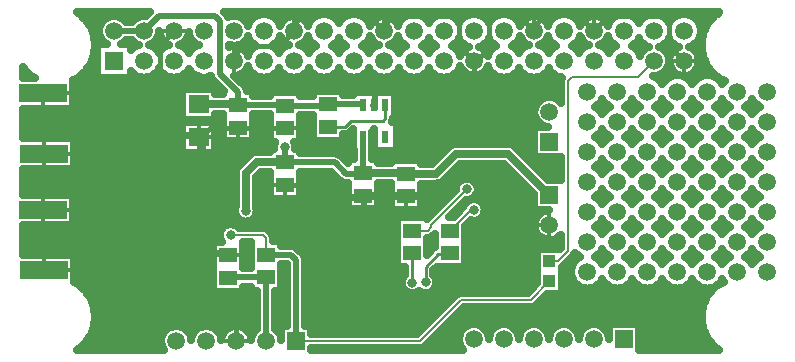
<source format=gbr>
G04 DipTrace 3.1.0.0*
G04 Bottom.gbr*
%MOMM*%
G04 #@! TF.FileFunction,Copper,L2,Bot*
G04 #@! TF.Part,Single*
G04 #@! TA.AperFunction,Conductor*
%ADD10C,0.254*%
%ADD15C,0.508*%
G04 #@! TA.AperFunction,CopperBalancing*
%ADD16C,0.635*%
G04 #@! TA.AperFunction,Conductor*
%ADD17C,0.381*%
%ADD18C,0.1778*%
G04 #@! TA.AperFunction,ViaPad*
%ADD21C,0.8*%
G04 #@! TA.AperFunction,CopperBalancing*
%ADD22C,0.33*%
%ADD23R,1.5X1.3*%
%ADD24R,1.8X1.6*%
G04 #@! TA.AperFunction,ComponentPad*
%ADD25R,1.5X1.5*%
%ADD26C,1.5*%
%ADD27C,1.5*%
%ADD28R,1.0X1.1*%
%ADD29R,4.06X1.52*%
%ADD36R,0.6X1.1*%
%FSLAX35Y35*%
G04*
G71*
G90*
G75*
G01*
G04 Bottom*
%LPD*%
X3287333Y2657333D2*
D15*
Y2786667D1*
X3132333Y1147000D2*
Y1680667D1*
X3129333Y1683667D1*
X2816000D1*
X2811667Y1679333D1*
X3949000Y2873000D2*
Y2569667D1*
X3952333Y2566333D1*
X3287333Y2657333D2*
X3711000D1*
X3807000Y2561333D1*
X3947333D1*
X3952333Y2566333D1*
D16*
X4306000D1*
X4312000Y2560333D1*
X4570333D1*
X4740000Y2730000D1*
X5180000D1*
X5530000Y2380000D1*
X2960000Y2247333D2*
Y2570000D1*
X3050000Y2660000D1*
X3284667D1*
X3287333Y2657333D1*
X2878333Y1147000D2*
D17*
Y1301667D1*
X2600000Y1580000D1*
Y1700000D1*
Y1900000D1*
X2781000D1*
X2811667Y1869333D1*
X1600000Y1700000D2*
X1800000D1*
X2200000D1*
X2400000D1*
Y1900000D1*
X1600000D2*
X2200000D1*
Y2100000D2*
X2400000D1*
X2600000D1*
X1600000Y2300000D2*
X2200000D1*
X2400000D1*
X2600000D1*
Y2100000D1*
Y1900000D1*
X2400000D2*
Y2100000D1*
X2600000Y2700000D2*
Y2900000D1*
X2400000D1*
X2600000Y2700000D2*
Y2500000D1*
X1600000Y3300000D2*
X1800000D1*
Y3100000D1*
X2200000D1*
X2000000Y2900000D2*
X2200000D1*
X2400000D1*
X2200000Y3100000D2*
Y2900000D1*
X1600000Y2700000D2*
X2200000D1*
X2400000D1*
X2600000D1*
X2200000Y2500000D2*
X2400000D1*
X2600000D1*
Y2300000D1*
X2200000Y1900000D2*
X2400000D1*
X2600000D1*
X2400000Y1700000D2*
X2600000D1*
X2891000Y2952667D2*
X2652667D1*
X2600000Y2900000D1*
X2891000Y2952667D2*
X3285000D1*
X3288667Y2949000D1*
X3287333Y2467333D2*
X3572667D1*
X3680000Y2360000D1*
X3936000D1*
X3952333Y2376333D1*
X3840000Y1670000D2*
Y2100000D1*
X3960000Y2220000D1*
Y2368667D1*
X3952333Y2376333D1*
X2351667Y3771000D2*
X2351000D1*
X2230000Y3650000D1*
Y3070000D1*
X2400000Y2900000D1*
X2859667Y3517000D2*
Y3569667D1*
X2930000Y3640000D1*
X3236667D1*
X3367667Y3771000D1*
Y3827667D1*
X3450000Y3910000D1*
X3990667D1*
X4129667Y3771000D1*
Y3819667D1*
X4210000Y3900000D1*
X4730000D1*
X4760000Y3870000D1*
Y3648667D1*
X4891667Y3517000D1*
X4907000D1*
X5020000Y3630000D1*
Y3870000D1*
X5060000Y3910000D1*
X5260667D1*
X5399667Y3771000D1*
Y3809667D1*
X5500000Y3910000D1*
X5768667D1*
X5907667Y3771000D1*
Y3777667D1*
X6030000Y3900000D1*
X6520000D1*
X6540000Y3880000D1*
Y3646667D1*
X6669667Y3517000D1*
X4044000Y3143000D2*
X4027000D1*
X4050000Y3120000D1*
Y3300000D1*
X4320000D1*
X4610000Y3010000D1*
X4891667Y3517000D2*
Y3291667D1*
X4610000Y3010000D1*
X3952333Y2376333D2*
D16*
X4306000D1*
X4312000Y2370333D1*
X4480000D1*
X2000000Y3300000D2*
Y3100000D1*
X5530000Y2126000D2*
D18*
X5271360D1*
X4900690Y2496670D1*
X4606337D1*
X4480000Y2370333D1*
X3270000Y2450000D2*
D17*
X3287333Y2467333D1*
X4364000Y1890000D2*
D10*
X4370000D1*
Y1640000D1*
X4481333Y1641333D2*
Y1771333D1*
X4590000Y1880000D1*
X4698667D1*
X4688667Y1890000D1*
X3659000Y2958667D2*
X3797667D1*
X3847000Y3008000D1*
X4117000D1*
X4138667Y3029667D1*
Y3142667D1*
X4139000Y3143000D1*
X3129333Y1873667D2*
D15*
X3338667D1*
X3382333Y1830000D1*
Y1151000D1*
X3386333Y1147000D1*
X2831000Y2042333D2*
D18*
X3107000D1*
X3128000Y2021333D1*
Y1875000D1*
X3129333Y1873667D1*
X3386333Y1147000D2*
X4437000D1*
X4780000Y1490000D1*
X5370000D1*
X5530000Y1650000D1*
Y1820000D2*
X5600000D1*
X5690000Y1910000D1*
Y3350000D1*
X5720000Y3380000D1*
X6278667D1*
X6415667Y3517000D1*
X4890000Y2255000D2*
Y2281333D1*
X4688667Y2080000D1*
X4364000D2*
X4500000D1*
X4530000Y2110000D1*
Y2130000D1*
X4830000Y2430000D1*
X1843667Y3771000D2*
D15*
X2097667D1*
X2891000Y3142667D2*
X3285000D1*
X3288667Y3139000D1*
X3649333D1*
X3659000Y3148667D1*
X3943333D1*
X3949000Y3143000D1*
X2891000Y3142667D2*
Y3251000D1*
X2740000Y3402000D1*
Y3855667D1*
X2702000Y3893667D1*
X2220333D1*
X2097667Y3771000D1*
X2891000Y3142667D2*
D18*
Y3150000D1*
D16*
X2560000D1*
D21*
X3287333Y2786667D3*
X2960000Y2247333D3*
X3840000Y1670000D3*
X4610000Y3010000D3*
X4370000Y1640000D3*
X4481333Y1641333D3*
X2831000Y2042333D3*
X4890000Y2255000D3*
X4830000Y2430000D3*
X1600000Y2700000D3*
X2400000Y2500000D3*
X1830000Y2900000D3*
X1600000Y3100000D3*
X2000000Y2900000D3*
X2200000D3*
X2400000D3*
X2200000Y2700000D3*
Y2500000D3*
Y2300000D3*
Y2100000D3*
X2400000Y2700000D3*
X2200000Y1900000D3*
X1600000Y2300000D3*
X2200000Y1700000D3*
X1800000D3*
X1600000D3*
X1800000Y3100000D3*
X1600000Y2500000D3*
X2000000Y1500000D3*
X1800000D3*
X1400000Y2500000D3*
X1200000D3*
X2400000Y2300000D3*
Y2100000D3*
Y1900000D3*
Y1700000D3*
X1600000Y1900000D3*
Y3300000D3*
X1800000D3*
X2200000Y3100000D3*
X2600000Y2700000D3*
Y2500000D3*
Y2300000D3*
Y2100000D3*
Y1900000D3*
Y1700000D3*
X2000000Y3100000D3*
Y3300000D3*
X1800000Y2310000D3*
X1810000Y2090000D3*
X1800000Y1900000D3*
X2000000Y1700000D3*
X4480000Y2370333D3*
X1608963Y3864483D2*
D16*
X1751290D1*
X1936137D2*
X2005290D1*
X2952137D2*
X3000153D1*
X3227343D2*
X3275290D1*
X3460137D2*
X3508153D1*
X3735343D2*
X3762037D1*
X3989343D2*
X4037290D1*
X4222137D2*
X4270153D1*
X4497343D2*
X4524037D1*
X4751343D2*
X4778037D1*
X5005343D2*
X5032037D1*
X5259343D2*
X5307290D1*
X5492137D2*
X5540153D1*
X5767343D2*
X5815290D1*
X6000137D2*
X6048153D1*
X6275343D2*
X6302037D1*
X6529343D2*
X6556037D1*
X6783343D2*
X6890700D1*
X1651253Y3801317D2*
X1713960D1*
X6815093D2*
X6848407D1*
X1676060Y3738150D2*
X1714580D1*
X1687097Y3674983D2*
X1754143D1*
X1933283D2*
X2008143D1*
X2187283D2*
X2262143D1*
X2441283D2*
X2516143D1*
X2949283D2*
X3002317D1*
X3224987D2*
X3278143D1*
X3457283D2*
X3510317D1*
X3732987D2*
X3764317D1*
X3986987D2*
X4040143D1*
X4219283D2*
X4272317D1*
X4494987D2*
X4526317D1*
X4748987D2*
X4780317D1*
X5002987D2*
X5034317D1*
X5256987D2*
X5310143D1*
X5489283D2*
X5542317D1*
X5764987D2*
X5818143D1*
X5997283D2*
X6050317D1*
X6272987D2*
X6304317D1*
X6526987D2*
X6558317D1*
X6780987D2*
X6812490D1*
X2210103Y3611817D2*
X2239140D1*
X2464103D2*
X2493140D1*
X2950647D2*
X3001200D1*
X3226103D2*
X3255140D1*
X3480103D2*
X3509140D1*
X3734103D2*
X3763140D1*
X3988103D2*
X4017140D1*
X4242103D2*
X4271140D1*
X4496103D2*
X4525140D1*
X4750103D2*
X4800780D1*
X4982647D2*
X5033200D1*
X5258103D2*
X5287140D1*
X5512103D2*
X5541140D1*
X5766103D2*
X5795140D1*
X6020103D2*
X6049140D1*
X6274103D2*
X6324780D1*
X6506647D2*
X6578780D1*
X6760647D2*
X6813680D1*
X1672463Y3548650D2*
X1694960D1*
X6799097D2*
X6827137D1*
X1644803Y3485483D2*
X1694983D1*
X6799097D2*
X6854857D1*
X1078763Y3422317D2*
X1100880D1*
X1598420D2*
X1694983D1*
X2210227D2*
X2239147D1*
X2464227D2*
X2493147D1*
X2950773D2*
X3001077D1*
X3226227D2*
X3255147D1*
X3480227D2*
X3509147D1*
X3734227D2*
X3763147D1*
X3988227D2*
X4017147D1*
X4242227D2*
X4271147D1*
X4496227D2*
X4525147D1*
X4750227D2*
X4800533D1*
X4982773D2*
X5033077D1*
X5258227D2*
X5287147D1*
X5512227D2*
X5541147D1*
X6506773D2*
X6578533D1*
X6760773D2*
X6901240D1*
X1517433Y3359150D2*
X2669190D1*
X2898683D2*
X5623427D1*
X6464357D2*
X6509700D1*
X6718357D2*
X6763700D1*
X1502797Y3295983D2*
X2730210D1*
X2960320D2*
X5622683D1*
X1502797Y3232817D2*
X2411593D1*
X3024443D2*
X3155237D1*
X3422060D2*
X3525570D1*
X3792393D2*
X3860557D1*
X4227470D2*
X5622683D1*
X1502797Y3169650D2*
X2411593D1*
X4227470D2*
X5429827D1*
X1078763Y3106483D2*
X2411593D1*
X4227470D2*
X5398573D1*
X5954990D2*
X6003063D1*
X6208990D2*
X6257063D1*
X6462990D2*
X6511063D1*
X6716990D2*
X6765063D1*
X6970990D2*
X7019063D1*
X7224990D2*
X7273063D1*
X1078763Y3043317D2*
X2411593D1*
X2708430D2*
X2757617D1*
X3024443D2*
X3155237D1*
X3422060D2*
X3525570D1*
X4227470D2*
X5403287D1*
X1078763Y2980150D2*
X2411593D1*
X2708430D2*
X2757617D1*
X3024443D2*
X3155237D1*
X3422060D2*
X3525570D1*
X4242600D2*
X5450413D1*
X1078763Y2916983D2*
X2411593D1*
X2708430D2*
X2757617D1*
X3024443D2*
X3155237D1*
X3422060D2*
X3525570D1*
X4242600D2*
X5396590D1*
X1507760Y2853817D2*
X2411593D1*
X2708430D2*
X2757617D1*
X3024443D2*
X3155237D1*
X3422060D2*
X3525570D1*
X3792393D2*
X3860557D1*
X4242600D2*
X5396590D1*
X5953503D2*
X6004550D1*
X6207503D2*
X6258550D1*
X6461503D2*
X6512550D1*
X6715503D2*
X6766550D1*
X6969503D2*
X7020550D1*
X7223503D2*
X7274550D1*
X1507760Y2790650D2*
X2411593D1*
X2708430D2*
X3188970D1*
X3385723D2*
X3860557D1*
X4242600D2*
X4675887D1*
X5244213D2*
X5396590D1*
X1507760Y2727483D2*
X2994007D1*
X3750103D2*
X3865270D1*
X4032753D2*
X4612637D1*
X5307340D2*
X5396590D1*
X1507760Y2664317D2*
X2929513D1*
X4085710D2*
X4178553D1*
X4445377D2*
X4549507D1*
X5370470D2*
X5622683D1*
X1078763Y2601150D2*
X2875813D1*
X4735967D2*
X5184013D1*
X5433720D2*
X5622683D1*
X5952013D2*
X6006040D1*
X6206013D2*
X6260040D1*
X6460013D2*
X6514040D1*
X6714013D2*
X6768040D1*
X6968013D2*
X7022040D1*
X7222013D2*
X7276040D1*
X1078763Y2537983D2*
X2869860D1*
X3052843D2*
X3153873D1*
X3420697D2*
X3714460D1*
X4672837D2*
X5247140D1*
X5496850D2*
X5622683D1*
X1078763Y2474817D2*
X2869860D1*
X3050113D2*
X3153873D1*
X3420697D2*
X3818887D1*
X4085710D2*
X4178553D1*
X4445377D2*
X4743233D1*
X4916790D2*
X5310393D1*
X1078763Y2411650D2*
X2869860D1*
X3050113D2*
X3153873D1*
X3420697D2*
X3818887D1*
X4085710D2*
X4178553D1*
X4445377D2*
X4719173D1*
X4926590D2*
X5373520D1*
X1503417Y2348483D2*
X2869860D1*
X3050113D2*
X3818887D1*
X4085710D2*
X4178553D1*
X4445377D2*
X4655920D1*
X4879087D2*
X5396590D1*
X5950403D2*
X6007527D1*
X6204403D2*
X6261527D1*
X6458403D2*
X6515527D1*
X6712403D2*
X6769527D1*
X6966403D2*
X7023527D1*
X7220403D2*
X7277527D1*
X1503417Y2285317D2*
X2869733D1*
X3050240D2*
X3818887D1*
X4085710D2*
X4178553D1*
X4445377D2*
X4592793D1*
X4983267D2*
X5396590D1*
X1503417Y2222150D2*
X2865147D1*
X3054950D2*
X4529663D1*
X4714633D2*
X4738243D1*
X4982400D2*
X5440617D1*
X1503417Y2158983D2*
X2927777D1*
X2992197D2*
X4230520D1*
X4860113D2*
X5400930D1*
X1078763Y2095817D2*
X2749680D1*
X3142513D2*
X4230520D1*
X4822037D2*
X5400187D1*
X5948790D2*
X6009140D1*
X6202790D2*
X6263140D1*
X6456790D2*
X6517140D1*
X6710790D2*
X6771140D1*
X6964790D2*
X7025140D1*
X7218790D2*
X7279140D1*
X1078763Y2032650D2*
X2733060D1*
X3194230D2*
X4230520D1*
X4822037D2*
X5437393D1*
X1078763Y1969483D2*
X2678243D1*
X2945067D2*
X2995867D1*
X3262813D2*
X4230520D1*
X4497467D2*
X4555213D1*
X4822037D2*
X5622683D1*
X1078763Y1906317D2*
X2678243D1*
X2945067D2*
X2995867D1*
X3421937D2*
X4230520D1*
X4497467D2*
X4518470D1*
X4822037D2*
X5421640D1*
X1508380Y1843150D2*
X2678243D1*
X2945067D2*
X2995867D1*
X3464973D2*
X4230520D1*
X4822037D2*
X5421640D1*
X5715627D2*
X5756877D1*
X5947177D2*
X6010753D1*
X6201177D2*
X6264753D1*
X6455177D2*
X6518753D1*
X6709177D2*
X6772753D1*
X6963177D2*
X7026753D1*
X7217177D2*
X7280753D1*
X1508380Y1779983D2*
X2678243D1*
X2945067D2*
X2995867D1*
X3262813D2*
X3298607D1*
X3466090D2*
X4230520D1*
X4822037D2*
X5421640D1*
X5652500D2*
X5711733D1*
X1508380Y1716817D2*
X2678243D1*
X3262813D2*
X3298607D1*
X3466090D2*
X4298857D1*
X4552410D2*
X5421640D1*
X5638360D2*
X5704167D1*
X1508380Y1653650D2*
X2678243D1*
X3262813D2*
X3298607D1*
X3466090D2*
X4272563D1*
X4578950D2*
X5421640D1*
X5638360D2*
X5726863D1*
X1584033Y1590483D2*
X2678243D1*
X2945067D2*
X2995867D1*
X3262813D2*
X3298607D1*
X3466090D2*
X4286083D1*
X4564440D2*
X5377983D1*
X5638360D2*
X5830793D1*
X5873260D2*
X6084793D1*
X6127260D2*
X6338793D1*
X6381260D2*
X6592793D1*
X6635260D2*
X6846793D1*
X6889260D2*
X6915683D1*
X1636123Y1527317D2*
X3048577D1*
X3216183D2*
X3298607D1*
X3466090D2*
X4724753D1*
X5499827D2*
X6863413D1*
X1667500Y1464150D2*
X3048577D1*
X3216183D2*
X3298607D1*
X3466090D2*
X4661627D1*
X5436697D2*
X6831910D1*
X1683997Y1400983D2*
X3048577D1*
X3216183D2*
X3298607D1*
X3466090D2*
X4598497D1*
X4783467D2*
X6815417D1*
X1687967Y1337817D2*
X3048577D1*
X3216183D2*
X3298607D1*
X3466090D2*
X4535247D1*
X4720337D2*
X6811447D1*
X1679657Y1274650D2*
X3048577D1*
X3216183D2*
X3298607D1*
X3466090D2*
X4472117D1*
X4657210D2*
X4828810D1*
X4951147D2*
X5082810D1*
X5205147D2*
X5336810D1*
X5459147D2*
X5590810D1*
X5713147D2*
X5844810D1*
X5967147D2*
X6026627D1*
X6293450D2*
X6819633D1*
X1658323Y1211483D2*
X2254453D1*
X2486180D2*
X2508587D1*
X2740180D2*
X2762587D1*
X2994180D2*
X3016587D1*
X3519790D2*
X4408990D1*
X4593957D2*
X4767417D1*
X6293450D2*
X6840840D1*
X1620620Y1148317D2*
X2236967D1*
X4530830D2*
X4757123D1*
X6293450D2*
X6878420D1*
X1557617Y1085150D2*
X2252967D1*
X3519790D2*
X4780937D1*
X6293450D2*
X6941177D1*
X2967950Y3259737D2*
X3018070D1*
Y3220173D1*
X3161497Y3220137D1*
X3161597Y3256070D1*
X3415737D1*
Y3216507D1*
X3531877Y3216470D1*
X3531930Y3265737D1*
X3786070D1*
Y3226173D1*
X3866930Y3226430D1*
Y3250070D1*
X4221070D1*
Y3035930D1*
X4203337D1*
X4202640Y3019533D1*
X4198507Y3004880D1*
X4193527Y2995280D1*
X4236290Y2995290D1*
Y2750710D1*
X4041710D1*
Y2943317D1*
X4031070Y2916570D1*
Y2765930D1*
X4026483D1*
X4026470Y2683367D1*
X4079403Y2683403D1*
Y2650040D1*
X4184877Y2650153D1*
X4184930Y2677403D1*
X4439070D1*
Y2644040D1*
X4535613Y2644153D1*
X4685563Y2793737D1*
X4701947Y2804683D1*
X4720433Y2811503D1*
X4740000Y2813820D1*
X4740847Y2813787D1*
X5186577Y2813563D1*
X5205903Y2809717D1*
X5223797Y2801470D1*
X5239270Y2789270D1*
X5239847Y2788647D1*
X5521393Y2507147D1*
X5629027Y2507070D1*
X5629040Y2702883D1*
X5402930Y2702930D1*
Y2957070D1*
X5520030Y2957323D1*
X5500337Y2960440D1*
X5481373Y2966603D1*
X5463607Y2975657D1*
X5447473Y2987377D1*
X5433377Y3001473D1*
X5421657Y3017607D1*
X5412603Y3035373D1*
X5406440Y3054337D1*
X5403323Y3074030D1*
Y3093970D1*
X5406440Y3113663D1*
X5412603Y3132627D1*
X5421657Y3150393D1*
X5433377Y3166527D1*
X5447473Y3180623D1*
X5463607Y3192343D1*
X5481373Y3201397D1*
X5500337Y3207560D1*
X5520030Y3210677D1*
X5539970D1*
X5559663Y3207560D1*
X5578627Y3201397D1*
X5596393Y3192343D1*
X5612527Y3180623D1*
X5629063Y3163433D1*
X5629790Y3359537D1*
X5634143Y3374330D1*
X5633680Y3373330D1*
X5634143Y3374330D1*
X5631407Y3376463D1*
X5609697Y3381673D1*
X5589070Y3390220D1*
X5570030Y3401883D1*
X5553053Y3416387D1*
X5538550Y3433363D1*
X5526683Y3452837D1*
X5514783Y3433363D1*
X5500280Y3416387D1*
X5483303Y3401883D1*
X5464263Y3390220D1*
X5443637Y3381673D1*
X5421927Y3376463D1*
X5399667Y3374710D1*
X5377407Y3376463D1*
X5355697Y3381673D1*
X5335070Y3390220D1*
X5316030Y3401883D1*
X5299053Y3416387D1*
X5284550Y3433363D1*
X5272683Y3452837D1*
X5260783Y3433363D1*
X5246280Y3416387D1*
X5229303Y3401883D1*
X5210263Y3390220D1*
X5189637Y3381673D1*
X5167927Y3376463D1*
X5145667Y3374710D1*
X5123407Y3376463D1*
X5101697Y3381673D1*
X5081070Y3390220D1*
X5062030Y3401883D1*
X5045053Y3416387D1*
X5030550Y3433363D1*
X5018887Y3452403D1*
X5010597Y3472333D1*
X5003197Y3456110D1*
X4992853Y3440137D1*
X4980237Y3425883D1*
X4965637Y3413677D1*
X4949373Y3403790D1*
X4931817Y3396440D1*
X4913360Y3391797D1*
X4894417Y3389960D1*
X4875413Y3390973D1*
X4856773Y3394817D1*
X4838913Y3401397D1*
X4822240Y3410573D1*
X4807123Y3422137D1*
X4793903Y3435827D1*
X4782877Y3451340D1*
X4774290Y3468323D1*
X4772763Y3472280D1*
X4764447Y3452403D1*
X4752783Y3433363D1*
X4738280Y3416387D1*
X4721303Y3401883D1*
X4702263Y3390220D1*
X4681637Y3381673D1*
X4659927Y3376463D1*
X4637667Y3374710D1*
X4615407Y3376463D1*
X4593697Y3381673D1*
X4573070Y3390220D1*
X4554030Y3401883D1*
X4537053Y3416387D1*
X4522550Y3433363D1*
X4510683Y3452837D1*
X4498783Y3433363D1*
X4484280Y3416387D1*
X4467303Y3401883D1*
X4448263Y3390220D1*
X4427637Y3381673D1*
X4405927Y3376463D1*
X4383667Y3374710D1*
X4361407Y3376463D1*
X4339697Y3381673D1*
X4319070Y3390220D1*
X4300030Y3401883D1*
X4283053Y3416387D1*
X4268550Y3433363D1*
X4256683Y3452837D1*
X4244783Y3433363D1*
X4230280Y3416387D1*
X4213303Y3401883D1*
X4194263Y3390220D1*
X4173637Y3381673D1*
X4151927Y3376463D1*
X4129667Y3374710D1*
X4107407Y3376463D1*
X4085697Y3381673D1*
X4065070Y3390220D1*
X4046030Y3401883D1*
X4029053Y3416387D1*
X4014550Y3433363D1*
X4002683Y3452837D1*
X3990783Y3433363D1*
X3976280Y3416387D1*
X3959303Y3401883D1*
X3940263Y3390220D1*
X3919637Y3381673D1*
X3897927Y3376463D1*
X3875667Y3374710D1*
X3853407Y3376463D1*
X3831697Y3381673D1*
X3811070Y3390220D1*
X3792030Y3401883D1*
X3775053Y3416387D1*
X3760550Y3433363D1*
X3748683Y3452837D1*
X3736783Y3433363D1*
X3722280Y3416387D1*
X3705303Y3401883D1*
X3686263Y3390220D1*
X3665637Y3381673D1*
X3643927Y3376463D1*
X3621667Y3374710D1*
X3599407Y3376463D1*
X3577697Y3381673D1*
X3557070Y3390220D1*
X3538030Y3401883D1*
X3521053Y3416387D1*
X3506550Y3433363D1*
X3494683Y3452837D1*
X3482783Y3433363D1*
X3468280Y3416387D1*
X3451303Y3401883D1*
X3432263Y3390220D1*
X3411637Y3381673D1*
X3389927Y3376463D1*
X3367667Y3374710D1*
X3345407Y3376463D1*
X3323697Y3381673D1*
X3303070Y3390220D1*
X3284030Y3401883D1*
X3267053Y3416387D1*
X3252550Y3433363D1*
X3240683Y3452837D1*
X3228783Y3433363D1*
X3214280Y3416387D1*
X3197303Y3401883D1*
X3178263Y3390220D1*
X3157637Y3381673D1*
X3135927Y3376463D1*
X3113667Y3374710D1*
X3091407Y3376463D1*
X3069697Y3381673D1*
X3049070Y3390220D1*
X3030030Y3401883D1*
X3013053Y3416387D1*
X2998550Y3433363D1*
X2986887Y3452403D1*
X2978597Y3472333D1*
X2971197Y3456110D1*
X2960853Y3440137D1*
X2948237Y3425883D1*
X2933637Y3413677D1*
X2917373Y3403790D1*
X2899817Y3396440D1*
X2881360Y3391797D1*
X2861550Y3389963D1*
X2949910Y3301313D1*
X2960027Y3286170D1*
X2966330Y3269087D1*
X2967637Y3262103D1*
X3018070Y3065143D2*
Y2835597D1*
X2763930D1*
Y3066153D1*
X2702113Y3066180D1*
X2702070Y3017930D1*
X2417930D1*
Y3282070D1*
X2702070D1*
Y3233823D1*
X2764020Y3233820D1*
X2763930Y3259737D1*
X2772737D1*
X2681090Y3351687D1*
X2670973Y3366830D1*
X2664670Y3383913D1*
X2664470Y3384917D1*
X2664670Y3383913D1*
X2664470Y3384917D1*
X2660120Y3385540D1*
X2638883Y3378640D1*
X2616830Y3375150D1*
X2594503D1*
X2572450Y3378640D1*
X2551213Y3385540D1*
X2531320Y3395677D1*
X2513257Y3408803D1*
X2497470Y3424590D1*
X2484343Y3442653D1*
X2478447Y3452403D1*
X2466783Y3433363D1*
X2452280Y3416387D1*
X2435303Y3401883D1*
X2416263Y3390220D1*
X2395637Y3381673D1*
X2373927Y3376463D1*
X2351667Y3374710D1*
X2329407Y3376463D1*
X2307697Y3381673D1*
X2287070Y3390220D1*
X2268030Y3401883D1*
X2251053Y3416387D1*
X2236550Y3433363D1*
X2224683Y3452837D1*
X2212783Y3433363D1*
X2198280Y3416387D1*
X2181303Y3401883D1*
X2162263Y3390220D1*
X2141637Y3381673D1*
X2119927Y3376463D1*
X2097667Y3374710D1*
X2075407Y3376463D1*
X2053697Y3381673D1*
X2033070Y3390220D1*
X2014030Y3401883D1*
X1997053Y3416387D1*
X1985983Y3429010D1*
X1985957Y3374710D1*
X1701377D1*
Y3659290D1*
X1783110D1*
X1768977Y3668197D1*
X1753813Y3681147D1*
X1740863Y3696310D1*
X1730447Y3713310D1*
X1722817Y3731733D1*
X1718160Y3751123D1*
X1716597Y3771000D1*
X1718160Y3790877D1*
X1722817Y3810267D1*
X1730447Y3828690D1*
X1740863Y3845690D1*
X1753813Y3860853D1*
X1768977Y3873803D1*
X1785977Y3884220D1*
X1804400Y3891850D1*
X1823790Y3896507D1*
X1843667Y3898070D1*
X1863543Y3896507D1*
X1882933Y3891850D1*
X1901357Y3884220D1*
X1918357Y3873803D1*
X1933520Y3860853D1*
X1944320Y3848413D1*
X1996837Y3848470D1*
X2007813Y3860853D1*
X2022977Y3873803D1*
X2039977Y3884220D1*
X2058400Y3891850D1*
X2077790Y3896507D1*
X2097667Y3898070D1*
X2114100Y3896913D1*
X2144703Y3927597D1*
X1530837Y3927650D1*
X1565337Y3901850D1*
X1584487Y3884153D1*
X1602183Y3865003D1*
X1618327Y3844527D1*
X1632813Y3822847D1*
X1645557Y3800097D1*
X1656470Y3776417D1*
X1665497Y3751953D1*
X1672573Y3726857D1*
X1677660Y3701283D1*
X1680727Y3675387D1*
X1681750Y3649333D1*
X1680727Y3623280D1*
X1677660Y3597383D1*
X1672573Y3571810D1*
X1665497Y3546713D1*
X1656470Y3522250D1*
X1645557Y3498570D1*
X1632813Y3475820D1*
X1618327Y3454140D1*
X1602183Y3433663D1*
X1584487Y3414513D1*
X1565337Y3396817D1*
X1544860Y3380673D1*
X1523180Y3366187D1*
X1496453Y3351610D1*
X1496403Y3112930D1*
X1072317D1*
X1072353Y2860053D1*
X1501403Y2860070D1*
Y2603930D1*
X1072307D1*
X1072350Y2384053D1*
X1497070Y2384070D1*
Y2127930D1*
X1072340D1*
X1072350Y1875060D1*
X1502070Y1875070D1*
Y1644063D1*
X1523180Y1632147D1*
X1544860Y1617660D1*
X1565337Y1601517D1*
X1584487Y1583820D1*
X1602183Y1564670D1*
X1618327Y1544193D1*
X1632813Y1522513D1*
X1645557Y1499763D1*
X1656470Y1476083D1*
X1665497Y1451620D1*
X1672573Y1426523D1*
X1677660Y1400950D1*
X1680727Y1375053D1*
X1681750Y1349000D1*
X1680727Y1322947D1*
X1677660Y1297050D1*
X1672573Y1271477D1*
X1665497Y1246380D1*
X1656470Y1221917D1*
X1645557Y1198237D1*
X1632813Y1175487D1*
X1618327Y1153807D1*
X1602183Y1133330D1*
X1584487Y1114180D1*
X1565337Y1096483D1*
X1532920Y1072360D1*
X2267437Y1072350D1*
X2257113Y1089310D1*
X2249483Y1107733D1*
X2244827Y1127123D1*
X2243263Y1147000D1*
X2244827Y1166877D1*
X2249483Y1186267D1*
X2257113Y1204690D1*
X2267530Y1221690D1*
X2280480Y1236853D1*
X2295643Y1249803D1*
X2312643Y1260220D1*
X2331067Y1267850D1*
X2350457Y1272507D1*
X2370333Y1274070D1*
X2390210Y1272507D1*
X2409600Y1267850D1*
X2428023Y1260220D1*
X2445023Y1249803D1*
X2460187Y1236853D1*
X2473137Y1221690D1*
X2483553Y1204690D1*
X2491183Y1186267D1*
X2495840Y1166877D1*
X2497293Y1149767D1*
X2498827Y1166877D1*
X2503483Y1186267D1*
X2511113Y1204690D1*
X2521530Y1221690D1*
X2534480Y1236853D1*
X2549643Y1249803D1*
X2566643Y1260220D1*
X2585067Y1267850D1*
X2604457Y1272507D1*
X2624333Y1274070D1*
X2644210Y1272507D1*
X2663600Y1267850D1*
X2682023Y1260220D1*
X2699023Y1249803D1*
X2714187Y1236853D1*
X2727137Y1221690D1*
X2737553Y1204690D1*
X2745183Y1186267D1*
X2749840Y1166877D1*
X2751293Y1149767D1*
X2752817Y1166817D1*
X2757187Y1185340D1*
X2764270Y1203003D1*
X2773917Y1219413D1*
X2785900Y1234197D1*
X2799960Y1247023D1*
X2815780Y1257607D1*
X2833000Y1265710D1*
X2851240Y1271147D1*
X2870087Y1273803D1*
X2889117Y1273610D1*
X2907907Y1270580D1*
X2926033Y1264777D1*
X2943087Y1256333D1*
X2958690Y1245433D1*
X2972493Y1232330D1*
X2984180Y1217307D1*
X2993493Y1200710D1*
X3000223Y1182910D1*
X3004220Y1164300D1*
X3005330Y1151053D1*
X3006827Y1166877D1*
X3011483Y1186267D1*
X3019113Y1204690D1*
X3029530Y1221690D1*
X3042480Y1236853D1*
X3054920Y1247653D1*
X3054863Y1566570D1*
X3002263Y1566597D1*
Y1606160D1*
X2938737Y1605903D1*
Y1562263D1*
X2684597D1*
Y1986403D1*
X2757847D1*
X2748967Y2000533D1*
X2743437Y2013883D1*
X2740063Y2027930D1*
X2738930Y2042333D1*
X2740063Y2056737D1*
X2743437Y2070783D1*
X2748967Y2084133D1*
X2756513Y2096450D1*
X2765897Y2107437D1*
X2776883Y2116820D1*
X2789200Y2124367D1*
X2802550Y2129897D1*
X2816597Y2133270D1*
X2831000Y2134403D1*
X2845403Y2133270D1*
X2859450Y2129897D1*
X2872800Y2124367D1*
X2885117Y2116820D1*
X2899957Y2103270D1*
X3116537Y2102543D1*
X3130330Y2098653D1*
X3142830Y2091650D1*
X3150107Y2085440D1*
X3177317Y2057163D1*
X3184320Y2044663D1*
X3188210Y2030870D1*
X3188960Y2021333D1*
Y1990700D1*
X3256403Y1990737D1*
Y1951173D1*
X3344743Y1950897D1*
X3362607Y1947347D1*
X3379143Y1939720D1*
X3393447Y1928447D1*
X3394010Y1927837D1*
X3441243Y1880313D1*
X3451360Y1865170D1*
X3457663Y1848087D1*
X3459803Y1830000D1*
X3459770Y1829170D1*
X3459803Y1274003D1*
X3513403Y1274070D1*
Y1207963D1*
X4411883Y1207960D1*
X4740410Y1536353D1*
X4752323Y1544317D1*
X4765770Y1549277D1*
X4780840Y1550927D1*
X5344680Y1550960D1*
X5428010Y1634220D1*
X5427930Y1927070D1*
X5620933D1*
X5629070Y1935280D1*
X5629040Y2046303D1*
X5613910Y2030573D1*
X5598717Y2019113D1*
X5581980Y2010047D1*
X5564080Y2003587D1*
X5545413Y1999867D1*
X5526400Y1998980D1*
X5507470Y2000943D1*
X5489047Y2005710D1*
X5471540Y2013177D1*
X5455343Y2023173D1*
X5440823Y2035477D1*
X5428303Y2049813D1*
X5418067Y2065857D1*
X5410337Y2083250D1*
X5405293Y2101600D1*
X5403050Y2120500D1*
X5403650Y2139523D1*
X5407090Y2158240D1*
X5413283Y2176237D1*
X5422093Y2193107D1*
X5433327Y2208470D1*
X5446730Y2221983D1*
X5462000Y2233343D1*
X5478793Y2242297D1*
X5496740Y2248640D1*
X5515430Y2252233D1*
X5524950Y2252930D1*
X5402930D1*
Y2388487D1*
X5145283Y2646177D1*
X4774567Y2646180D1*
X4624770Y2496597D1*
X4608387Y2485650D1*
X4589900Y2478830D1*
X4570333Y2476513D1*
X4569487Y2476547D1*
X4438993Y2476513D1*
X4439070Y2253263D1*
X4184930D1*
Y2482533D1*
X4079410Y2482513D1*
X4079403Y2259263D1*
X3825263D1*
Y2483867D1*
X3794880Y2484817D1*
X3777353Y2489760D1*
X3761463Y2498660D1*
X3752220Y2506553D1*
X3678817Y2579957D1*
X3414460Y2579863D1*
X3414403Y2350263D1*
X3160263D1*
Y2576210D1*
X3084617Y2576180D1*
X3043760Y2535220D1*
X3043820Y2285367D1*
X3049527Y2268827D1*
X3051787Y2254557D1*
Y2240110D1*
X3049527Y2225840D1*
X3045060Y2212100D1*
X3038503Y2199227D1*
X3030010Y2187540D1*
X3019793Y2177323D1*
X3008107Y2168830D1*
X2995233Y2162273D1*
X2981493Y2157807D1*
X2967223Y2155547D1*
X2952777D1*
X2938507Y2157807D1*
X2924767Y2162273D1*
X2911893Y2168830D1*
X2900207Y2177323D1*
X2889990Y2187540D1*
X2881497Y2199227D1*
X2874940Y2212100D1*
X2870473Y2225840D1*
X2868213Y2240110D1*
Y2254557D1*
X2870473Y2268827D1*
X2876203Y2285310D1*
X2876437Y2576577D1*
X2880283Y2595903D1*
X2888530Y2613797D1*
X2900730Y2629270D1*
X2901353Y2629847D1*
X2995563Y2723737D1*
X3011947Y2734683D1*
X3030433Y2741503D1*
X3050000Y2743820D1*
X3050847Y2743787D1*
X3160257Y2743820D1*
X3160263Y2774403D1*
X3196107D1*
X3195547Y2793890D1*
X3197807Y2808160D1*
X3202273Y2821900D1*
X3207243Y2831940D1*
X3161597Y2831930D1*
Y3065227D1*
X3017977Y3065197D1*
X3018070Y3025287D1*
X3415737Y3061477D2*
Y2831930D1*
X3367493D1*
X3374897Y2815117D1*
X3378270Y2801070D1*
X3379403Y2786667D1*
X3378527Y2774423D1*
X3414403Y2774403D1*
Y2734840D1*
X3717077Y2734563D1*
X3734940Y2731013D1*
X3751477Y2723387D1*
X3765780Y2712113D1*
X3766343Y2711503D1*
X3825327Y2652567D1*
X3825263Y2683403D1*
X3871523D1*
X3871530Y2765997D1*
X3866930Y2765930D1*
Y2936460D1*
X3835737Y2906267D1*
X3822453Y2898827D1*
X3807800Y2894693D1*
X3797667Y2893897D1*
X3786133D1*
X3786070Y2841597D1*
X3531930D1*
Y3061490D1*
X3415797Y3061530D1*
X3415737Y3021620D1*
X2938737Y1796403D2*
Y1761103D1*
X3002160Y1761137D1*
X3002263Y1981400D1*
X2938700Y1981373D1*
X2938737Y1764153D1*
X2424280Y3002070D2*
X2702070D1*
Y2737930D1*
X2417930D1*
Y3002070D1*
X2424280D1*
X1171833Y3369073D2*
X1154473Y3380673D1*
X1133997Y3396817D1*
X1114847Y3414513D1*
X1097150Y3433663D1*
X1072347Y3467097D1*
X1072353Y3369047D1*
X1171530Y3369070D1*
X7012833Y3347177D2*
X6976487Y3366187D1*
X6954807Y3380673D1*
X6934330Y3396817D1*
X6915180Y3414513D1*
X6897483Y3433663D1*
X6881340Y3454140D1*
X6866853Y3475820D1*
X6854110Y3498570D1*
X6843197Y3522250D1*
X6834170Y3546713D1*
X6827093Y3571810D1*
X6822007Y3597383D1*
X6818940Y3623280D1*
X6817917Y3649333D1*
X6818940Y3675387D1*
X6822007Y3701283D1*
X6827093Y3726857D1*
X6834170Y3751953D1*
X6843197Y3776417D1*
X6854110Y3800097D1*
X6866853Y3822847D1*
X6881340Y3844527D1*
X6897483Y3865003D1*
X6915180Y3884153D1*
X6934330Y3901850D1*
X6954807Y3917993D1*
X6969287Y3927670D1*
X2777520Y3927650D1*
X2798910Y3905980D1*
X2809027Y3890837D1*
X2809453Y3889910D1*
X2809027Y3890837D1*
X2811040Y3888397D1*
X2830003Y3894560D1*
X2849697Y3897677D1*
X2869637D1*
X2889330Y3894560D1*
X2908293Y3888397D1*
X2926060Y3879343D1*
X2942193Y3867623D1*
X2956290Y3853527D1*
X2968010Y3837393D1*
X2977063Y3819627D1*
X2978560Y3815570D1*
X2986887Y3835597D1*
X2998550Y3854637D1*
X3013053Y3871613D1*
X3030030Y3886117D1*
X3049070Y3897780D1*
X3069697Y3906327D1*
X3091407Y3911537D1*
X3113667Y3913290D1*
X3135927Y3911537D1*
X3157637Y3906327D1*
X3178263Y3897780D1*
X3197303Y3886117D1*
X3214280Y3871613D1*
X3228783Y3854637D1*
X3240447Y3835597D1*
X3248737Y3815667D1*
X3256543Y3832633D1*
X3266997Y3848537D1*
X3279707Y3862703D1*
X3294390Y3874813D1*
X3310717Y3884593D1*
X3328320Y3891827D1*
X3346807Y3896347D1*
X3365763Y3898057D1*
X3384760Y3896913D1*
X3403377Y3892950D1*
X3421190Y3886247D1*
X3437803Y3876960D1*
X3452840Y3865297D1*
X3465970Y3851520D1*
X3476893Y3835933D1*
X3486587Y3815667D1*
X3494887Y3835597D1*
X3506550Y3854637D1*
X3521053Y3871613D1*
X3538030Y3886117D1*
X3557070Y3897780D1*
X3577697Y3906327D1*
X3599407Y3911537D1*
X3621667Y3913290D1*
X3643927Y3911537D1*
X3665637Y3906327D1*
X3686263Y3897780D1*
X3705303Y3886117D1*
X3722280Y3871613D1*
X3736783Y3854637D1*
X3748650Y3835163D1*
X3760550Y3854637D1*
X3775053Y3871613D1*
X3792030Y3886117D1*
X3811070Y3897780D1*
X3831697Y3906327D1*
X3853407Y3911537D1*
X3875667Y3913290D1*
X3897927Y3911537D1*
X3919637Y3906327D1*
X3940263Y3897780D1*
X3959303Y3886117D1*
X3976280Y3871613D1*
X3990783Y3854637D1*
X4002447Y3835597D1*
X4010737Y3815667D1*
X4018543Y3832633D1*
X4028997Y3848537D1*
X4041707Y3862703D1*
X4056390Y3874813D1*
X4072717Y3884593D1*
X4090320Y3891827D1*
X4108807Y3896347D1*
X4127763Y3898057D1*
X4146760Y3896913D1*
X4165377Y3892950D1*
X4183190Y3886247D1*
X4199803Y3876960D1*
X4214840Y3865297D1*
X4227970Y3851520D1*
X4238893Y3835933D1*
X4248587Y3815667D1*
X4256887Y3835597D1*
X4268550Y3854637D1*
X4283053Y3871613D1*
X4300030Y3886117D1*
X4319070Y3897780D1*
X4339697Y3906327D1*
X4361407Y3911537D1*
X4383667Y3913290D1*
X4405927Y3911537D1*
X4427637Y3906327D1*
X4448263Y3897780D1*
X4467303Y3886117D1*
X4484280Y3871613D1*
X4498783Y3854637D1*
X4510650Y3835163D1*
X4522550Y3854637D1*
X4537053Y3871613D1*
X4554030Y3886117D1*
X4573070Y3897780D1*
X4593697Y3906327D1*
X4615407Y3911537D1*
X4637667Y3913290D1*
X4659927Y3911537D1*
X4681637Y3906327D1*
X4702263Y3897780D1*
X4721303Y3886117D1*
X4738280Y3871613D1*
X4752783Y3854637D1*
X4764650Y3835163D1*
X4776550Y3854637D1*
X4791053Y3871613D1*
X4808030Y3886117D1*
X4827070Y3897780D1*
X4847697Y3906327D1*
X4869407Y3911537D1*
X4891667Y3913290D1*
X4913927Y3911537D1*
X4935637Y3906327D1*
X4956263Y3897780D1*
X4975303Y3886117D1*
X4992280Y3871613D1*
X5006783Y3854637D1*
X5018650Y3835163D1*
X5030550Y3854637D1*
X5045053Y3871613D1*
X5062030Y3886117D1*
X5081070Y3897780D1*
X5101697Y3906327D1*
X5123407Y3911537D1*
X5145667Y3913290D1*
X5167927Y3911537D1*
X5189637Y3906327D1*
X5210263Y3897780D1*
X5229303Y3886117D1*
X5246280Y3871613D1*
X5260783Y3854637D1*
X5272447Y3835597D1*
X5280737Y3815667D1*
X5288543Y3832633D1*
X5298997Y3848537D1*
X5311707Y3862703D1*
X5326390Y3874813D1*
X5342717Y3884593D1*
X5360320Y3891827D1*
X5378807Y3896347D1*
X5397763Y3898057D1*
X5416760Y3896913D1*
X5435377Y3892950D1*
X5453190Y3886247D1*
X5469803Y3876960D1*
X5484840Y3865297D1*
X5497970Y3851520D1*
X5508893Y3835933D1*
X5518587Y3815667D1*
X5526887Y3835597D1*
X5538550Y3854637D1*
X5553053Y3871613D1*
X5570030Y3886117D1*
X5589070Y3897780D1*
X5609697Y3906327D1*
X5631407Y3911537D1*
X5653667Y3913290D1*
X5675927Y3911537D1*
X5697637Y3906327D1*
X5718263Y3897780D1*
X5737303Y3886117D1*
X5754280Y3871613D1*
X5768783Y3854637D1*
X5780447Y3835597D1*
X5788737Y3815667D1*
X5796543Y3832633D1*
X5806997Y3848537D1*
X5819707Y3862703D1*
X5834390Y3874813D1*
X5850717Y3884593D1*
X5868320Y3891827D1*
X5886807Y3896347D1*
X5905763Y3898057D1*
X5924760Y3896913D1*
X5943377Y3892950D1*
X5961190Y3886247D1*
X5977803Y3876960D1*
X5992840Y3865297D1*
X6005970Y3851520D1*
X6016893Y3835933D1*
X6026587Y3815667D1*
X6034887Y3835597D1*
X6046550Y3854637D1*
X6061053Y3871613D1*
X6078030Y3886117D1*
X6097070Y3897780D1*
X6117697Y3906327D1*
X6139407Y3911537D1*
X6161667Y3913290D1*
X6183927Y3911537D1*
X6205637Y3906327D1*
X6226263Y3897780D1*
X6245303Y3886117D1*
X6262280Y3871613D1*
X6276783Y3854637D1*
X6288650Y3835163D1*
X6300550Y3854637D1*
X6315053Y3871613D1*
X6332030Y3886117D1*
X6351070Y3897780D1*
X6371697Y3906327D1*
X6393407Y3911537D1*
X6415667Y3913290D1*
X6437927Y3911537D1*
X6459637Y3906327D1*
X6480263Y3897780D1*
X6499303Y3886117D1*
X6516280Y3871613D1*
X6530783Y3854637D1*
X6542650Y3835163D1*
X6554550Y3854637D1*
X6569053Y3871613D1*
X6586030Y3886117D1*
X6605070Y3897780D1*
X6625697Y3906327D1*
X6647407Y3911537D1*
X6669667Y3913290D1*
X6691927Y3911537D1*
X6713637Y3906327D1*
X6734263Y3897780D1*
X6753303Y3886117D1*
X6770280Y3871613D1*
X6784783Y3854637D1*
X6796447Y3835597D1*
X6804993Y3814970D1*
X6810203Y3793260D1*
X6811957Y3771000D1*
X6810203Y3748740D1*
X6804993Y3727030D1*
X6796447Y3706403D1*
X6784783Y3687363D1*
X6770280Y3670387D1*
X6753303Y3655883D1*
X6734263Y3644220D1*
X6714333Y3635930D1*
X6734420Y3626333D1*
X6750023Y3615433D1*
X6763827Y3602330D1*
X6775513Y3587307D1*
X6784827Y3570710D1*
X6791557Y3552910D1*
X6795553Y3534300D1*
X6796737Y3517000D1*
X6795310Y3498020D1*
X6791067Y3479467D1*
X6784100Y3461757D1*
X6774567Y3445287D1*
X6762677Y3430423D1*
X6748703Y3417503D1*
X6732957Y3406813D1*
X6715790Y3398597D1*
X6697587Y3393037D1*
X6678760Y3390257D1*
X6661190Y3390240D1*
X6678597Y3382780D1*
X6697637Y3371117D1*
X6714613Y3356613D1*
X6729117Y3339637D1*
X6740983Y3320163D1*
X6752883Y3339637D1*
X6767387Y3356613D1*
X6784363Y3371117D1*
X6803403Y3382780D1*
X6824030Y3391327D1*
X6845740Y3396537D1*
X6868000Y3398290D1*
X6890260Y3396537D1*
X6911970Y3391327D1*
X6932597Y3382780D1*
X6951637Y3371117D1*
X6968613Y3356613D1*
X6983117Y3339637D1*
X6994983Y3320163D1*
X7006883Y3339637D1*
X7012693Y3347003D1*
X6965907Y1072367D2*
X6933997Y1096150D1*
X6914847Y1113847D1*
X6897150Y1132997D1*
X6881007Y1153473D1*
X6866520Y1175153D1*
X6853777Y1197903D1*
X6842863Y1221583D1*
X6833837Y1246047D1*
X6826760Y1271143D1*
X6821673Y1296717D1*
X6818607Y1322613D1*
X6817583Y1348667D1*
X6818607Y1374720D1*
X6821673Y1400617D1*
X6826760Y1426190D1*
X6833837Y1451287D1*
X6842863Y1475750D1*
X6853777Y1499430D1*
X6866520Y1522180D1*
X6881007Y1543860D1*
X6897150Y1564337D1*
X6914847Y1583487D1*
X6933997Y1601183D1*
X6954473Y1617327D1*
X6976153Y1631813D1*
X7006950Y1648267D1*
X6995017Y1667837D1*
X6983117Y1648363D1*
X6968613Y1631387D1*
X6951637Y1616883D1*
X6932597Y1605220D1*
X6911970Y1596673D1*
X6890260Y1591463D1*
X6868000Y1589710D1*
X6845740Y1591463D1*
X6824030Y1596673D1*
X6803403Y1605220D1*
X6784363Y1616883D1*
X6767387Y1631387D1*
X6752883Y1648363D1*
X6741017Y1667837D1*
X6729117Y1648363D1*
X6714613Y1631387D1*
X6697637Y1616883D1*
X6678597Y1605220D1*
X6657970Y1596673D1*
X6636260Y1591463D1*
X6614000Y1589710D1*
X6591740Y1591463D1*
X6570030Y1596673D1*
X6549403Y1605220D1*
X6530363Y1616883D1*
X6513387Y1631387D1*
X6498883Y1648363D1*
X6487017Y1667837D1*
X6475117Y1648363D1*
X6460613Y1631387D1*
X6443637Y1616883D1*
X6424597Y1605220D1*
X6403970Y1596673D1*
X6382260Y1591463D1*
X6360000Y1589710D1*
X6337740Y1591463D1*
X6316030Y1596673D1*
X6295403Y1605220D1*
X6276363Y1616883D1*
X6259387Y1631387D1*
X6244883Y1648363D1*
X6233017Y1667837D1*
X6221117Y1648363D1*
X6206613Y1631387D1*
X6189637Y1616883D1*
X6170597Y1605220D1*
X6149970Y1596673D1*
X6128260Y1591463D1*
X6106000Y1589710D1*
X6083740Y1591463D1*
X6062030Y1596673D1*
X6041403Y1605220D1*
X6022363Y1616883D1*
X6005387Y1631387D1*
X5990883Y1648363D1*
X5979017Y1667837D1*
X5967117Y1648363D1*
X5952613Y1631387D1*
X5935637Y1616883D1*
X5916597Y1605220D1*
X5895970Y1596673D1*
X5874260Y1591463D1*
X5852000Y1589710D1*
X5829740Y1591463D1*
X5808030Y1596673D1*
X5787403Y1605220D1*
X5768363Y1616883D1*
X5751387Y1631387D1*
X5736883Y1648363D1*
X5725220Y1667403D1*
X5716673Y1688030D1*
X5711463Y1709740D1*
X5709710Y1732000D1*
X5711463Y1754260D1*
X5716673Y1775970D1*
X5725220Y1796597D1*
X5736883Y1815637D1*
X5751387Y1832613D1*
X5768363Y1847117D1*
X5787837Y1858983D1*
X5768363Y1870883D1*
X5751387Y1885387D1*
X5747447Y1889647D1*
X5741977Y1878150D1*
X5733107Y1866893D1*
X5635830Y1770683D1*
X5634913Y1770070D1*
X5635830Y1770683D1*
X5632070Y1757070D1*
Y1542930D1*
X5509163D1*
X5405830Y1440683D1*
X5393330Y1433680D1*
X5379537Y1429790D1*
X5370000Y1429040D1*
X4805320D1*
X4476590Y1100647D1*
X4464677Y1092683D1*
X4451230Y1087723D1*
X4436160Y1086073D1*
X3513397Y1086040D1*
X3513403Y1072283D1*
X4798013Y1072350D1*
X4787197Y1085310D1*
X4776780Y1102310D1*
X4769150Y1120733D1*
X4764493Y1140123D1*
X4762930Y1160000D1*
X4764493Y1179877D1*
X4769150Y1199267D1*
X4776780Y1217690D1*
X4787197Y1234690D1*
X4800147Y1249853D1*
X4815310Y1262803D1*
X4832310Y1273220D1*
X4850733Y1280850D1*
X4870123Y1285507D1*
X4890000Y1287070D1*
X4909877Y1285507D1*
X4929267Y1280850D1*
X4947690Y1273220D1*
X4964690Y1262803D1*
X4979853Y1249853D1*
X4992803Y1234690D1*
X5003220Y1217690D1*
X5010850Y1199267D1*
X5015507Y1179877D1*
X5016960Y1162767D1*
X5018493Y1179877D1*
X5023150Y1199267D1*
X5030780Y1217690D1*
X5041197Y1234690D1*
X5054147Y1249853D1*
X5069310Y1262803D1*
X5086310Y1273220D1*
X5104733Y1280850D1*
X5124123Y1285507D1*
X5144000Y1287070D1*
X5163877Y1285507D1*
X5183267Y1280850D1*
X5201690Y1273220D1*
X5218690Y1262803D1*
X5233853Y1249853D1*
X5246803Y1234690D1*
X5257220Y1217690D1*
X5264850Y1199267D1*
X5269507Y1179877D1*
X5270960Y1162767D1*
X5272493Y1179877D1*
X5277150Y1199267D1*
X5284780Y1217690D1*
X5295197Y1234690D1*
X5308147Y1249853D1*
X5323310Y1262803D1*
X5340310Y1273220D1*
X5358733Y1280850D1*
X5378123Y1285507D1*
X5398000Y1287070D1*
X5417877Y1285507D1*
X5437267Y1280850D1*
X5455690Y1273220D1*
X5472690Y1262803D1*
X5487853Y1249853D1*
X5500803Y1234690D1*
X5511220Y1217690D1*
X5518850Y1199267D1*
X5523507Y1179877D1*
X5524960Y1162767D1*
X5526493Y1179877D1*
X5531150Y1199267D1*
X5538780Y1217690D1*
X5549197Y1234690D1*
X5562147Y1249853D1*
X5577310Y1262803D1*
X5594310Y1273220D1*
X5612733Y1280850D1*
X5632123Y1285507D1*
X5652000Y1287070D1*
X5671877Y1285507D1*
X5691267Y1280850D1*
X5709690Y1273220D1*
X5726690Y1262803D1*
X5741853Y1249853D1*
X5754803Y1234690D1*
X5765220Y1217690D1*
X5772850Y1199267D1*
X5777507Y1179877D1*
X5778960Y1162767D1*
X5780493Y1179877D1*
X5785150Y1199267D1*
X5792780Y1217690D1*
X5803197Y1234690D1*
X5816147Y1249853D1*
X5831310Y1262803D1*
X5848310Y1273220D1*
X5866733Y1280850D1*
X5886123Y1285507D1*
X5906000Y1287070D1*
X5925877Y1285507D1*
X5945267Y1280850D1*
X5963690Y1273220D1*
X5980690Y1262803D1*
X5995853Y1249853D1*
X6008803Y1234690D1*
X6019220Y1217690D1*
X6026850Y1199267D1*
X6031507Y1179877D1*
X6032930Y1163543D1*
Y1287070D1*
X6287070D1*
X6287410Y1072350D1*
X6965447D1*
X1904157Y3659290D2*
X1985957D1*
Y3605090D1*
X1997053Y3617613D1*
X2014030Y3632117D1*
X2033070Y3643780D1*
X2053000Y3652070D1*
X2031273Y3662657D1*
X2015140Y3674377D1*
X2001043Y3688473D1*
X1997013Y3693587D1*
X1944497Y3693530D1*
X1933520Y3681147D1*
X1918357Y3668197D1*
X1904040Y3659283D1*
X2142333Y3652070D2*
X2162263Y3643780D1*
X2181303Y3632117D1*
X2198280Y3617613D1*
X2212783Y3600637D1*
X2224650Y3581163D1*
X2236550Y3600637D1*
X2251053Y3617613D1*
X2268030Y3632117D1*
X2287070Y3643780D1*
X2307000Y3652070D1*
X2287643Y3661237D1*
X2271967Y3672030D1*
X2258080Y3685047D1*
X2246290Y3699987D1*
X2236867Y3716523D1*
X2230017Y3734280D1*
X2225897Y3752860D1*
X2224683Y3767310D1*
X2223173Y3751123D1*
X2218517Y3731733D1*
X2210887Y3713310D1*
X2200470Y3696310D1*
X2187520Y3681147D1*
X2172357Y3668197D1*
X2155357Y3657780D1*
X2142237Y3652107D1*
X2396333Y3652070D2*
X2416263Y3643780D1*
X2435303Y3632117D1*
X2452280Y3617613D1*
X2466783Y3600637D1*
X2478650Y3581163D1*
X2490550Y3600637D1*
X2505053Y3617613D1*
X2522030Y3632117D1*
X2541070Y3643780D1*
X2561000Y3652070D1*
X2539273Y3662657D1*
X2523140Y3674377D1*
X2509043Y3688473D1*
X2497323Y3704607D1*
X2488270Y3722373D1*
X2482107Y3741337D1*
X2478990Y3761030D1*
X2478577Y3764653D1*
X2476207Y3745770D1*
X2471040Y3727450D1*
X2463197Y3710110D1*
X2452853Y3694137D1*
X2440237Y3679883D1*
X2425637Y3667677D1*
X2409373Y3657790D1*
X2396367Y3652083D1*
X2817443Y3636807D2*
X2838807Y3642347D1*
X2855953Y3643983D1*
X2839790Y3645493D1*
X2817437Y3651243D1*
X2876760Y3642913D1*
X2895377Y3638950D1*
X2913190Y3632247D1*
X2929803Y3622960D1*
X2944840Y3611297D1*
X2957970Y3597520D1*
X2968893Y3581933D1*
X2978587Y3561667D1*
X2986887Y3581597D1*
X2998550Y3600637D1*
X3013053Y3617613D1*
X3030030Y3632117D1*
X3049503Y3643983D1*
X3030030Y3655883D1*
X3013053Y3670387D1*
X2998550Y3687363D1*
X2986887Y3706403D1*
X2978597Y3726333D1*
X2968010Y3704607D1*
X2956290Y3688473D1*
X2942193Y3674377D1*
X2926060Y3662657D1*
X2908293Y3653603D1*
X2889330Y3647440D1*
X2869637Y3644323D1*
X2862433Y3644040D1*
X3177830Y3643983D2*
X3197303Y3632117D1*
X3214280Y3617613D1*
X3228783Y3600637D1*
X3240650Y3581163D1*
X3252550Y3600637D1*
X3267053Y3617613D1*
X3284030Y3632117D1*
X3303070Y3643780D1*
X3323000Y3652070D1*
X3303643Y3661237D1*
X3287967Y3672030D1*
X3274080Y3685047D1*
X3262290Y3699987D1*
X3252867Y3716523D1*
X3248763Y3726280D1*
X3240447Y3706403D1*
X3228783Y3687363D1*
X3214280Y3670387D1*
X3197303Y3655883D1*
X3177830Y3644017D1*
X3412333Y3652070D2*
X3432263Y3643780D1*
X3451303Y3632117D1*
X3468280Y3617613D1*
X3482783Y3600637D1*
X3494650Y3581163D1*
X3506550Y3600637D1*
X3521053Y3617613D1*
X3538030Y3632117D1*
X3557503Y3643983D1*
X3538030Y3655883D1*
X3521053Y3670387D1*
X3506550Y3687363D1*
X3494887Y3706403D1*
X3486597Y3726333D1*
X3479197Y3710110D1*
X3468853Y3694137D1*
X3456237Y3679883D1*
X3441637Y3667677D1*
X3425373Y3657790D1*
X3412367Y3652083D1*
X3685830Y3643983D2*
X3705303Y3632117D1*
X3722280Y3617613D1*
X3736783Y3600637D1*
X3748650Y3581163D1*
X3760550Y3600637D1*
X3775053Y3617613D1*
X3792030Y3632117D1*
X3811503Y3643983D1*
X3792030Y3655883D1*
X3775053Y3670387D1*
X3760550Y3687363D1*
X3748683Y3706837D1*
X3736783Y3687363D1*
X3722280Y3670387D1*
X3705303Y3655883D1*
X3685830Y3644017D1*
X3939830Y3643983D2*
X3959303Y3632117D1*
X3976280Y3617613D1*
X3990783Y3600637D1*
X4002650Y3581163D1*
X4014550Y3600637D1*
X4029053Y3617613D1*
X4046030Y3632117D1*
X4065070Y3643780D1*
X4085000Y3652070D1*
X4065643Y3661237D1*
X4049967Y3672030D1*
X4036080Y3685047D1*
X4024290Y3699987D1*
X4014867Y3716523D1*
X4010763Y3726280D1*
X4002447Y3706403D1*
X3990783Y3687363D1*
X3976280Y3670387D1*
X3959303Y3655883D1*
X3939830Y3644017D1*
X4174333Y3652070D2*
X4194263Y3643780D1*
X4213303Y3632117D1*
X4230280Y3617613D1*
X4244783Y3600637D1*
X4256650Y3581163D1*
X4268550Y3600637D1*
X4283053Y3617613D1*
X4300030Y3632117D1*
X4319503Y3643983D1*
X4300030Y3655883D1*
X4283053Y3670387D1*
X4268550Y3687363D1*
X4256887Y3706403D1*
X4248597Y3726333D1*
X4241197Y3710110D1*
X4230853Y3694137D1*
X4218237Y3679883D1*
X4203637Y3667677D1*
X4187373Y3657790D1*
X4174367Y3652083D1*
X4447830Y3643983D2*
X4467303Y3632117D1*
X4484280Y3617613D1*
X4498783Y3600637D1*
X4510650Y3581163D1*
X4522550Y3600637D1*
X4537053Y3617613D1*
X4554030Y3632117D1*
X4573503Y3643983D1*
X4554030Y3655883D1*
X4537053Y3670387D1*
X4522550Y3687363D1*
X4510683Y3706837D1*
X4498783Y3687363D1*
X4484280Y3670387D1*
X4467303Y3655883D1*
X4447830Y3644017D1*
X4701830Y3643983D2*
X4721303Y3632117D1*
X4738280Y3617613D1*
X4752783Y3600637D1*
X4764447Y3581597D1*
X4772737Y3561667D1*
X4780543Y3578633D1*
X4790997Y3594537D1*
X4803707Y3608703D1*
X4818390Y3620813D1*
X4834717Y3630593D1*
X4846920Y3635917D1*
X4827070Y3644220D1*
X4808030Y3655883D1*
X4791053Y3670387D1*
X4776550Y3687363D1*
X4764683Y3706837D1*
X4752783Y3687363D1*
X4738280Y3670387D1*
X4721303Y3655883D1*
X4701830Y3644017D1*
X4936370Y3635903D2*
X4956420Y3626333D1*
X4972023Y3615433D1*
X4985827Y3602330D1*
X4997513Y3587307D1*
X5006827Y3570710D1*
X5010587Y3561667D1*
X5018887Y3581597D1*
X5030550Y3600637D1*
X5045053Y3617613D1*
X5062030Y3632117D1*
X5081503Y3643983D1*
X5062030Y3655883D1*
X5045053Y3670387D1*
X5030550Y3687363D1*
X5018683Y3706837D1*
X5006783Y3687363D1*
X4992280Y3670387D1*
X4975303Y3655883D1*
X4956263Y3644220D1*
X4936333Y3635930D1*
X5209830Y3643983D2*
X5229303Y3632117D1*
X5246280Y3617613D1*
X5260783Y3600637D1*
X5272650Y3581163D1*
X5284550Y3600637D1*
X5299053Y3617613D1*
X5316030Y3632117D1*
X5335070Y3643780D1*
X5355000Y3652070D1*
X5335643Y3661237D1*
X5319967Y3672030D1*
X5306080Y3685047D1*
X5294290Y3699987D1*
X5284867Y3716523D1*
X5280763Y3726280D1*
X5272447Y3706403D1*
X5260783Y3687363D1*
X5246280Y3670387D1*
X5229303Y3655883D1*
X5209830Y3644017D1*
X5444333Y3652070D2*
X5464263Y3643780D1*
X5483303Y3632117D1*
X5500280Y3617613D1*
X5514783Y3600637D1*
X5526650Y3581163D1*
X5538550Y3600637D1*
X5553053Y3617613D1*
X5570030Y3632117D1*
X5589503Y3643983D1*
X5570030Y3655883D1*
X5553053Y3670387D1*
X5538550Y3687363D1*
X5526887Y3706403D1*
X5518597Y3726333D1*
X5511197Y3710110D1*
X5500853Y3694137D1*
X5488237Y3679883D1*
X5473637Y3667677D1*
X5457373Y3657790D1*
X5444367Y3652083D1*
X5717830Y3643983D2*
X5737303Y3632117D1*
X5754280Y3617613D1*
X5768783Y3600637D1*
X5780650Y3581163D1*
X5792550Y3600637D1*
X5807053Y3617613D1*
X5824030Y3632117D1*
X5843070Y3643780D1*
X5863000Y3652070D1*
X5843643Y3661237D1*
X5827967Y3672030D1*
X5814080Y3685047D1*
X5802290Y3699987D1*
X5792867Y3716523D1*
X5788763Y3726280D1*
X5780447Y3706403D1*
X5768783Y3687363D1*
X5754280Y3670387D1*
X5737303Y3655883D1*
X5717830Y3644017D1*
X5952333Y3652070D2*
X5972263Y3643780D1*
X5991303Y3632117D1*
X6008280Y3617613D1*
X6022783Y3600637D1*
X6034650Y3581163D1*
X6046550Y3600637D1*
X6061053Y3617613D1*
X6078030Y3632117D1*
X6097503Y3643983D1*
X6078030Y3655883D1*
X6061053Y3670387D1*
X6046550Y3687363D1*
X6034887Y3706403D1*
X6026597Y3726333D1*
X6019197Y3710110D1*
X6008853Y3694137D1*
X5996237Y3679883D1*
X5981637Y3667677D1*
X5965373Y3657790D1*
X5952367Y3652083D1*
X6225830Y3643983D2*
X6245303Y3632117D1*
X6262280Y3617613D1*
X6276783Y3600637D1*
X6288447Y3581597D1*
X6296737Y3561667D1*
X6307323Y3583393D1*
X6319043Y3599527D1*
X6333140Y3613623D1*
X6349273Y3625343D1*
X6367040Y3634397D1*
X6371097Y3635893D1*
X6351070Y3644220D1*
X6332030Y3655883D1*
X6315053Y3670387D1*
X6300550Y3687363D1*
X6288683Y3706837D1*
X6276783Y3687363D1*
X6262280Y3670387D1*
X6245303Y3655883D1*
X6225830Y3644017D1*
X6542627Y3514233D2*
X6541173Y3497123D1*
X6536517Y3477733D1*
X6528887Y3459310D1*
X6518470Y3442310D1*
X6505520Y3427147D1*
X6490357Y3414197D1*
X6473357Y3403780D1*
X6454933Y3396150D1*
X6435543Y3391493D1*
X6415667Y3389930D1*
X6407137Y3390267D1*
X6424597Y3382780D1*
X6443637Y3371117D1*
X6460613Y3356613D1*
X6475117Y3339637D1*
X6486983Y3320163D1*
X6498883Y3339637D1*
X6513387Y3356613D1*
X6530363Y3371117D1*
X6549403Y3382780D1*
X6570030Y3391327D1*
X6591740Y3396537D1*
X6614000Y3398290D1*
X6625640Y3397793D1*
X6605643Y3407237D1*
X6589967Y3418030D1*
X6576080Y3431047D1*
X6564290Y3445987D1*
X6554867Y3462523D1*
X6548017Y3480280D1*
X6543897Y3498860D1*
X6542343Y3526970D1*
X6542627Y3519767D1*
X6544150Y3536817D1*
X6548520Y3555340D1*
X6555603Y3573003D1*
X6565250Y3589413D1*
X6577233Y3604197D1*
X6591293Y3617023D1*
X6607113Y3627607D1*
X6624920Y3635917D1*
X6605070Y3644220D1*
X6586030Y3655883D1*
X6569053Y3670387D1*
X6554550Y3687363D1*
X6542683Y3706837D1*
X6530783Y3687363D1*
X6516280Y3670387D1*
X6499303Y3655883D1*
X6480263Y3644220D1*
X6460333Y3635930D1*
X6482060Y3625343D1*
X6498193Y3613623D1*
X6512290Y3599527D1*
X6524010Y3583393D1*
X6533063Y3565627D1*
X6539227Y3546663D1*
X6542343Y3526970D1*
X5978983Y2937837D2*
X5967117Y2918363D1*
X5952613Y2901387D1*
X5935637Y2886883D1*
X5916163Y2875017D1*
X5935637Y2863117D1*
X5952613Y2848613D1*
X5967117Y2831637D1*
X5978983Y2812163D1*
X5990883Y2831637D1*
X6005387Y2848613D1*
X6022363Y2863117D1*
X6041837Y2874983D1*
X6022363Y2886883D1*
X6005387Y2901387D1*
X5990883Y2918363D1*
X5979017Y2937837D1*
X5916163Y3128983D2*
X5935637Y3117117D1*
X5952613Y3102613D1*
X5967117Y3085637D1*
X5978983Y3066163D1*
X5990883Y3085637D1*
X6005387Y3102613D1*
X6022363Y3117117D1*
X6041837Y3128983D1*
X6022363Y3140883D1*
X6005387Y3155387D1*
X5990883Y3172363D1*
X5979017Y3191837D1*
X5967117Y3172363D1*
X5952613Y3155387D1*
X5935637Y3140883D1*
X5916163Y3129017D1*
X6232983Y2937837D2*
X6221117Y2918363D1*
X6206613Y2901387D1*
X6189637Y2886883D1*
X6170163Y2875017D1*
X6189637Y2863117D1*
X6206613Y2848613D1*
X6221117Y2831637D1*
X6232983Y2812163D1*
X6244883Y2831637D1*
X6259387Y2848613D1*
X6276363Y2863117D1*
X6295837Y2874983D1*
X6276363Y2886883D1*
X6259387Y2901387D1*
X6244883Y2918363D1*
X6233017Y2937837D1*
X6170163Y3128983D2*
X6189637Y3117117D1*
X6206613Y3102613D1*
X6221117Y3085637D1*
X6232983Y3066163D1*
X6244883Y3085637D1*
X6259387Y3102613D1*
X6276363Y3117117D1*
X6295837Y3128983D1*
X6276363Y3140883D1*
X6259387Y3155387D1*
X6244883Y3172363D1*
X6233017Y3191837D1*
X6221117Y3172363D1*
X6206613Y3155387D1*
X6189637Y3140883D1*
X6170163Y3129017D1*
X6486983Y2937837D2*
X6475117Y2918363D1*
X6460613Y2901387D1*
X6443637Y2886883D1*
X6424163Y2875017D1*
X6443637Y2863117D1*
X6460613Y2848613D1*
X6475117Y2831637D1*
X6486983Y2812163D1*
X6498883Y2831637D1*
X6513387Y2848613D1*
X6530363Y2863117D1*
X6549837Y2874983D1*
X6530363Y2886883D1*
X6513387Y2901387D1*
X6498883Y2918363D1*
X6487017Y2937837D1*
X6424163Y3128983D2*
X6443637Y3117117D1*
X6460613Y3102613D1*
X6475117Y3085637D1*
X6486983Y3066163D1*
X6498883Y3085637D1*
X6513387Y3102613D1*
X6530363Y3117117D1*
X6549837Y3128983D1*
X6530363Y3140883D1*
X6513387Y3155387D1*
X6498883Y3172363D1*
X6487017Y3191837D1*
X6475117Y3172363D1*
X6460613Y3155387D1*
X6443637Y3140883D1*
X6424163Y3129017D1*
X6740983Y2937837D2*
X6729117Y2918363D1*
X6714613Y2901387D1*
X6697637Y2886883D1*
X6678163Y2875017D1*
X6697637Y2863117D1*
X6714613Y2848613D1*
X6729117Y2831637D1*
X6740983Y2812163D1*
X6752883Y2831637D1*
X6767387Y2848613D1*
X6784363Y2863117D1*
X6803837Y2874983D1*
X6784363Y2886883D1*
X6767387Y2901387D1*
X6752883Y2918363D1*
X6741017Y2937837D1*
X6678163Y3128983D2*
X6697637Y3117117D1*
X6714613Y3102613D1*
X6729117Y3085637D1*
X6740983Y3066163D1*
X6752883Y3085637D1*
X6767387Y3102613D1*
X6784363Y3117117D1*
X6803837Y3128983D1*
X6784363Y3140883D1*
X6767387Y3155387D1*
X6752883Y3172363D1*
X6741017Y3191837D1*
X6729117Y3172363D1*
X6714613Y3155387D1*
X6697637Y3140883D1*
X6678163Y3129017D1*
X6994983Y2937837D2*
X6983117Y2918363D1*
X6968613Y2901387D1*
X6951637Y2886883D1*
X6932163Y2875017D1*
X6951637Y2863117D1*
X6968613Y2848613D1*
X6983117Y2831637D1*
X6994983Y2812163D1*
X7006883Y2831637D1*
X7021387Y2848613D1*
X7038363Y2863117D1*
X7057837Y2874983D1*
X7038363Y2886883D1*
X7021387Y2901387D1*
X7006883Y2918363D1*
X6995017Y2937837D1*
X6932163Y3128983D2*
X6951637Y3117117D1*
X6968613Y3102613D1*
X6983117Y3085637D1*
X6994983Y3066163D1*
X7006883Y3085637D1*
X7021387Y3102613D1*
X7038363Y3117117D1*
X7057837Y3128983D1*
X7038363Y3140883D1*
X7021387Y3155387D1*
X7006883Y3172363D1*
X6995017Y3191837D1*
X6983117Y3172363D1*
X6968613Y3155387D1*
X6951637Y3140883D1*
X6932163Y3129017D1*
X7248983Y2937837D2*
X7237117Y2918363D1*
X7222613Y2901387D1*
X7205637Y2886883D1*
X7186163Y2875017D1*
X7205637Y2863117D1*
X7222613Y2848613D1*
X7237117Y2831637D1*
X7248983Y2812163D1*
X7260883Y2831637D1*
X7275387Y2848613D1*
X7292363Y2863117D1*
X7311837Y2874983D1*
X7292363Y2886883D1*
X7275387Y2901387D1*
X7260883Y2918363D1*
X7249017Y2937837D1*
X7186163Y3128983D2*
X7205637Y3117117D1*
X7222613Y3102613D1*
X7237117Y3085637D1*
X7248983Y3066163D1*
X7260883Y3085637D1*
X7275387Y3102613D1*
X7292363Y3117117D1*
X7311837Y3128983D1*
X7292363Y3140883D1*
X7275387Y3155387D1*
X7260883Y3172363D1*
X7249017Y3191837D1*
X7237117Y3172363D1*
X7222613Y3155387D1*
X7205637Y3140883D1*
X7186163Y3129017D1*
X5978983Y2683837D2*
X5967117Y2664363D1*
X5952613Y2647387D1*
X5935637Y2632883D1*
X5916163Y2621017D1*
X5935637Y2609117D1*
X5952613Y2594613D1*
X5967117Y2577637D1*
X5978983Y2558163D1*
X5990883Y2577637D1*
X6005387Y2594613D1*
X6022363Y2609117D1*
X6041837Y2620983D1*
X6022363Y2632883D1*
X6005387Y2647387D1*
X5990883Y2664363D1*
X5979017Y2683837D1*
X6232983D2*
X6221117Y2664363D1*
X6206613Y2647387D1*
X6189637Y2632883D1*
X6170163Y2621017D1*
X6189637Y2609117D1*
X6206613Y2594613D1*
X6221117Y2577637D1*
X6232983Y2558163D1*
X6244883Y2577637D1*
X6259387Y2594613D1*
X6276363Y2609117D1*
X6295837Y2620983D1*
X6276363Y2632883D1*
X6259387Y2647387D1*
X6244883Y2664363D1*
X6233017Y2683837D1*
X6486983D2*
X6475117Y2664363D1*
X6460613Y2647387D1*
X6443637Y2632883D1*
X6424163Y2621017D1*
X6443637Y2609117D1*
X6460613Y2594613D1*
X6475117Y2577637D1*
X6486983Y2558163D1*
X6498883Y2577637D1*
X6513387Y2594613D1*
X6530363Y2609117D1*
X6549837Y2620983D1*
X6530363Y2632883D1*
X6513387Y2647387D1*
X6498883Y2664363D1*
X6487017Y2683837D1*
X6740983D2*
X6729117Y2664363D1*
X6714613Y2647387D1*
X6697637Y2632883D1*
X6678163Y2621017D1*
X6697637Y2609117D1*
X6714613Y2594613D1*
X6729117Y2577637D1*
X6740983Y2558163D1*
X6752883Y2577637D1*
X6767387Y2594613D1*
X6784363Y2609117D1*
X6803837Y2620983D1*
X6784363Y2632883D1*
X6767387Y2647387D1*
X6752883Y2664363D1*
X6741017Y2683837D1*
X6994983D2*
X6983117Y2664363D1*
X6968613Y2647387D1*
X6951637Y2632883D1*
X6932163Y2621017D1*
X6951637Y2609117D1*
X6968613Y2594613D1*
X6983117Y2577637D1*
X6994983Y2558163D1*
X7006883Y2577637D1*
X7021387Y2594613D1*
X7038363Y2609117D1*
X7057837Y2620983D1*
X7038363Y2632883D1*
X7021387Y2647387D1*
X7006883Y2664363D1*
X6995017Y2683837D1*
X7248983D2*
X7237117Y2664363D1*
X7222613Y2647387D1*
X7205637Y2632883D1*
X7186163Y2621017D1*
X7205637Y2609117D1*
X7222613Y2594613D1*
X7237117Y2577637D1*
X7248983Y2558163D1*
X7260883Y2577637D1*
X7275387Y2594613D1*
X7292363Y2609117D1*
X7311837Y2620983D1*
X7292363Y2632883D1*
X7275387Y2647387D1*
X7260883Y2664363D1*
X7249017Y2683837D1*
X7311837Y2367017D2*
X7292363Y2378883D1*
X7275387Y2393387D1*
X7260883Y2410363D1*
X7249017Y2429837D1*
X7237117Y2410363D1*
X7222613Y2393387D1*
X7205637Y2378883D1*
X7186163Y2367017D1*
X7205637Y2355117D1*
X7222613Y2340613D1*
X7237117Y2323637D1*
X7248983Y2304163D1*
X7260883Y2323637D1*
X7275387Y2340613D1*
X7292363Y2355117D1*
X7311837Y2366983D1*
X7057837Y2367017D2*
X7038363Y2378883D1*
X7021387Y2393387D1*
X7006883Y2410363D1*
X6995017Y2429837D1*
X6983117Y2410363D1*
X6968613Y2393387D1*
X6951637Y2378883D1*
X6932163Y2367017D1*
X6951637Y2355117D1*
X6968613Y2340613D1*
X6983117Y2323637D1*
X6994983Y2304163D1*
X7006883Y2323637D1*
X7021387Y2340613D1*
X7038363Y2355117D1*
X7057837Y2366983D1*
X6803837Y2367017D2*
X6784363Y2378883D1*
X6767387Y2393387D1*
X6752883Y2410363D1*
X6741017Y2429837D1*
X6729117Y2410363D1*
X6714613Y2393387D1*
X6697637Y2378883D1*
X6678163Y2367017D1*
X6697637Y2355117D1*
X6714613Y2340613D1*
X6729117Y2323637D1*
X6740983Y2304163D1*
X6752883Y2323637D1*
X6767387Y2340613D1*
X6784363Y2355117D1*
X6803837Y2366983D1*
X6549837Y2367017D2*
X6530363Y2378883D1*
X6513387Y2393387D1*
X6498883Y2410363D1*
X6487017Y2429837D1*
X6475117Y2410363D1*
X6460613Y2393387D1*
X6443637Y2378883D1*
X6424163Y2367017D1*
X6443637Y2355117D1*
X6460613Y2340613D1*
X6475117Y2323637D1*
X6486983Y2304163D1*
X6498883Y2323637D1*
X6513387Y2340613D1*
X6530363Y2355117D1*
X6549837Y2366983D1*
X6295837Y2367017D2*
X6276363Y2378883D1*
X6259387Y2393387D1*
X6244883Y2410363D1*
X6233017Y2429837D1*
X6221117Y2410363D1*
X6206613Y2393387D1*
X6189637Y2378883D1*
X6170163Y2367017D1*
X6189637Y2355117D1*
X6206613Y2340613D1*
X6221117Y2323637D1*
X6232983Y2304163D1*
X6244883Y2323637D1*
X6259387Y2340613D1*
X6276363Y2355117D1*
X6295837Y2366983D1*
X6041837Y2367017D2*
X6022363Y2378883D1*
X6005387Y2393387D1*
X5990883Y2410363D1*
X5979017Y2429837D1*
X5967117Y2410363D1*
X5952613Y2393387D1*
X5935637Y2378883D1*
X5916163Y2367017D1*
X5935637Y2355117D1*
X5952613Y2340613D1*
X5967117Y2323637D1*
X5978983Y2304163D1*
X5990883Y2323637D1*
X6005387Y2340613D1*
X6022363Y2355117D1*
X6041837Y2366983D1*
X5978983Y2175837D2*
X5967117Y2156363D1*
X5952613Y2139387D1*
X5935637Y2124883D1*
X5916163Y2113017D1*
X5935637Y2101117D1*
X5952613Y2086613D1*
X5967117Y2069637D1*
X5978983Y2050163D1*
X5990883Y2069637D1*
X6005387Y2086613D1*
X6022363Y2101117D1*
X6041837Y2112983D1*
X6022363Y2124883D1*
X6005387Y2139387D1*
X5990883Y2156363D1*
X5979017Y2175837D1*
X6232983D2*
X6221117Y2156363D1*
X6206613Y2139387D1*
X6189637Y2124883D1*
X6170163Y2113017D1*
X6189637Y2101117D1*
X6206613Y2086613D1*
X6221117Y2069637D1*
X6232983Y2050163D1*
X6244883Y2069637D1*
X6259387Y2086613D1*
X6276363Y2101117D1*
X6295837Y2112983D1*
X6276363Y2124883D1*
X6259387Y2139387D1*
X6244883Y2156363D1*
X6233017Y2175837D1*
X6486983D2*
X6475117Y2156363D1*
X6460613Y2139387D1*
X6443637Y2124883D1*
X6424163Y2113017D1*
X6443637Y2101117D1*
X6460613Y2086613D1*
X6475117Y2069637D1*
X6486983Y2050163D1*
X6498883Y2069637D1*
X6513387Y2086613D1*
X6530363Y2101117D1*
X6549837Y2112983D1*
X6530363Y2124883D1*
X6513387Y2139387D1*
X6498883Y2156363D1*
X6487017Y2175837D1*
X6740983D2*
X6729117Y2156363D1*
X6714613Y2139387D1*
X6697637Y2124883D1*
X6678163Y2113017D1*
X6697637Y2101117D1*
X6714613Y2086613D1*
X6729117Y2069637D1*
X6740983Y2050163D1*
X6752883Y2069637D1*
X6767387Y2086613D1*
X6784363Y2101117D1*
X6803837Y2112983D1*
X6784363Y2124883D1*
X6767387Y2139387D1*
X6752883Y2156363D1*
X6741017Y2175837D1*
X6994983D2*
X6983117Y2156363D1*
X6968613Y2139387D1*
X6951637Y2124883D1*
X6932163Y2113017D1*
X6951637Y2101117D1*
X6968613Y2086613D1*
X6983117Y2069637D1*
X6994983Y2050163D1*
X7006883Y2069637D1*
X7021387Y2086613D1*
X7038363Y2101117D1*
X7057837Y2112983D1*
X7038363Y2124883D1*
X7021387Y2139387D1*
X7006883Y2156363D1*
X6995017Y2175837D1*
X7248983D2*
X7237117Y2156363D1*
X7222613Y2139387D1*
X7205637Y2124883D1*
X7186163Y2113017D1*
X7205637Y2101117D1*
X7222613Y2086613D1*
X7237117Y2069637D1*
X7248983Y2050163D1*
X7260883Y2069637D1*
X7275387Y2086613D1*
X7292363Y2101117D1*
X7311837Y2112983D1*
X7292363Y2124883D1*
X7275387Y2139387D1*
X7260883Y2156363D1*
X7249017Y2175837D1*
X7311837Y1859017D2*
X7292363Y1870883D1*
X7275387Y1885387D1*
X7260883Y1902363D1*
X7249017Y1921837D1*
X7237117Y1902363D1*
X7222613Y1885387D1*
X7205637Y1870883D1*
X7186163Y1859017D1*
X7205637Y1847117D1*
X7222613Y1832613D1*
X7237117Y1815637D1*
X7248983Y1796163D1*
X7260883Y1815637D1*
X7275387Y1832613D1*
X7292363Y1847117D1*
X7311837Y1858983D1*
X7057837Y1859017D2*
X7038363Y1870883D1*
X7021387Y1885387D1*
X7006883Y1902363D1*
X6995017Y1921837D1*
X6983117Y1902363D1*
X6968613Y1885387D1*
X6951637Y1870883D1*
X6932163Y1859017D1*
X6951637Y1847117D1*
X6968613Y1832613D1*
X6983117Y1815637D1*
X6994983Y1796163D1*
X7006883Y1815637D1*
X7021387Y1832613D1*
X7038363Y1847117D1*
X7057837Y1858983D1*
X6803837Y1859017D2*
X6784363Y1870883D1*
X6767387Y1885387D1*
X6752883Y1902363D1*
X6741017Y1921837D1*
X6729117Y1902363D1*
X6714613Y1885387D1*
X6697637Y1870883D1*
X6678163Y1859017D1*
X6697637Y1847117D1*
X6714613Y1832613D1*
X6729117Y1815637D1*
X6740983Y1796163D1*
X6752883Y1815637D1*
X6767387Y1832613D1*
X6784363Y1847117D1*
X6803837Y1858983D1*
X6549837Y1859017D2*
X6530363Y1870883D1*
X6513387Y1885387D1*
X6498883Y1902363D1*
X6487017Y1921837D1*
X6475117Y1902363D1*
X6460613Y1885387D1*
X6443637Y1870883D1*
X6424163Y1859017D1*
X6443637Y1847117D1*
X6460613Y1832613D1*
X6475117Y1815637D1*
X6486983Y1796163D1*
X6498883Y1815637D1*
X6513387Y1832613D1*
X6530363Y1847117D1*
X6549837Y1858983D1*
X6295837Y1859017D2*
X6276363Y1870883D1*
X6259387Y1885387D1*
X6244883Y1902363D1*
X6233017Y1921837D1*
X6221117Y1902363D1*
X6206613Y1885387D1*
X6189637Y1870883D1*
X6170163Y1859017D1*
X6189637Y1847117D1*
X6206613Y1832613D1*
X6221117Y1815637D1*
X6232983Y1796163D1*
X6244883Y1815637D1*
X6259387Y1832613D1*
X6276363Y1847117D1*
X6295837Y1858983D1*
X6041837Y1859017D2*
X6022363Y1870883D1*
X6005387Y1885387D1*
X5990883Y1902363D1*
X5979017Y1921837D1*
X5967117Y1902363D1*
X5952613Y1885387D1*
X5935637Y1870883D1*
X5916163Y1859017D1*
X5935637Y1847117D1*
X5952613Y1832613D1*
X5967117Y1815637D1*
X5978983Y1796163D1*
X5990883Y1815637D1*
X6005387Y1832613D1*
X6022363Y1847117D1*
X6041837Y1858983D1*
X3291013Y1274070D2*
X3304780D1*
X3304863Y1796293D1*
X3256440Y1796197D1*
X3256403Y1566597D1*
X3209647D1*
X3209803Y1247700D1*
X3222187Y1236853D1*
X3235137Y1221690D1*
X3245553Y1204690D1*
X3253183Y1186267D1*
X3257840Y1166877D1*
X3259263Y1150543D1*
Y1274070D1*
X3291013D1*
X4305160Y1772930D2*
X4236930D1*
Y2197070D1*
X4491070D1*
Y2177350D1*
X4738150Y2424360D1*
X4739063Y2444403D1*
X4742437Y2458450D1*
X4747967Y2471800D1*
X4755513Y2484117D1*
X4764897Y2495103D1*
X4775883Y2504487D1*
X4788200Y2512033D1*
X4801550Y2517563D1*
X4815597Y2520937D1*
X4830000Y2522070D1*
X4844403Y2520937D1*
X4858450Y2517563D1*
X4871800Y2512033D1*
X4884117Y2504487D1*
X4895103Y2495103D1*
X4904487Y2484117D1*
X4912033Y2471800D1*
X4917563Y2458450D1*
X4920937Y2444403D1*
X4922070Y2430000D1*
X4920937Y2415597D1*
X4917563Y2401550D1*
X4912033Y2388200D1*
X4904487Y2375883D1*
X4895103Y2364897D1*
X4884117Y2355513D1*
X4871800Y2347967D1*
X4858450Y2342437D1*
X4844403Y2339063D1*
X4824327Y2338153D1*
X4830207Y2325010D1*
X4841893Y2333503D1*
X4854767Y2340060D1*
X4868507Y2344527D1*
X4882777Y2346787D1*
X4897223D1*
X4911493Y2344527D1*
X4925233Y2340060D1*
X4938107Y2333503D1*
X4949793Y2325010D1*
X4960010Y2314793D1*
X4968503Y2303107D1*
X4975060Y2290233D1*
X4979527Y2276493D1*
X4981787Y2262223D1*
Y2247777D1*
X4979527Y2233507D1*
X4975060Y2219767D1*
X4968503Y2206893D1*
X4960010Y2195207D1*
X4949793Y2184990D1*
X4938107Y2176497D1*
X4925233Y2169940D1*
X4911493Y2165473D1*
X4897223Y2163213D1*
X4882777D1*
X4868507Y2165473D1*
X4862120Y2167277D1*
X4815677Y2120800D1*
X4815737Y1772930D1*
X4574510D1*
X4546083Y1744487D1*
X4546437Y1706437D1*
X4555820Y1695450D1*
X4563367Y1683133D1*
X4568897Y1669783D1*
X4572270Y1655737D1*
X4573403Y1641333D1*
X4572270Y1626930D1*
X4568897Y1612883D1*
X4563367Y1599533D1*
X4555820Y1587217D1*
X4546437Y1576230D1*
X4535450Y1566847D1*
X4523133Y1559300D1*
X4509783Y1553770D1*
X4495737Y1550397D1*
X4481333Y1549263D1*
X4466930Y1550397D1*
X4452883Y1553770D1*
X4439533Y1559300D1*
X4426573Y1567353D1*
X4411800Y1557967D1*
X4398450Y1552437D1*
X4384403Y1549063D1*
X4370000Y1547930D1*
X4355597Y1549063D1*
X4341550Y1552437D1*
X4328200Y1557967D1*
X4315883Y1565513D1*
X4304897Y1574897D1*
X4295513Y1585883D1*
X4287967Y1598200D1*
X4282437Y1611550D1*
X4279063Y1625597D1*
X4277930Y1640000D1*
X4279063Y1654403D1*
X4282437Y1668450D1*
X4287967Y1681800D1*
X4295513Y1694117D1*
X4305250Y1705430D1*
X4305230Y1772830D1*
X4561597Y1938253D2*
X4561720Y2007070D1*
X4539590Y2033647D1*
X4527677Y2025683D1*
X4514230Y2020723D1*
X4500000Y2019040D1*
X4491070Y2007070D1*
Y1872503D1*
X4547937Y1929250D1*
X4561587Y1938167D1*
X4560597Y1937710D1*
X4561587Y1938167D1*
X4561597Y2055327D1*
X4535830Y2030683D1*
X4523330Y2023680D1*
X4509537Y2019790D1*
X4490947Y2019040D1*
Y1962930D1*
X4683263Y2197070D2*
X4719480D1*
X4801050Y2278593D1*
X4807967Y2296800D1*
X4815513Y2309117D1*
X4824897Y2320103D1*
X4830207Y2325010D1*
X4824257Y2338047D1*
X4683240Y2197030D1*
X2891000Y2952667D2*
D22*
Y2835720D1*
X2764053Y2952667D2*
X3017947D1*
X3161720Y2949000D2*
X3415613D1*
X3952333Y2376333D2*
Y2259387D1*
X3825387Y2376333D2*
X4079280D1*
X4312000Y2370333D2*
Y2253387D1*
X4185053Y2370333D2*
X4438947D1*
X2684720Y1869333D2*
X2938613D1*
X3287333Y2467333D2*
Y2350387D1*
X3160387Y2467333D2*
X3414280D1*
X2560000Y3001947D2*
Y2738053D1*
X2418053Y2870000D2*
X2701947D1*
X2224720Y3771000D2*
X2478613D1*
X2859667Y3643947D2*
Y3390053D1*
X3367667Y3897947D2*
Y3771000D1*
X4129667Y3897947D2*
Y3771000D1*
X4891667Y3517000D2*
Y3390053D1*
X5399667Y3897947D2*
Y3771000D1*
X5907667Y3897947D2*
Y3771000D1*
X6669667Y3517000D2*
Y3390053D1*
X6542720Y3517000D2*
X6796613D1*
X5530000Y2252947D2*
Y1999053D1*
X5403053Y2126000D2*
X5530000D1*
X2878333Y1273947D2*
Y1147000D1*
X2751387D2*
X3005280D1*
X1246333Y2859947D2*
Y2604053D1*
Y2732000D2*
X1501280D1*
X1241333Y3241000D2*
Y3113053D1*
Y3241000D2*
X1496280D1*
X1247000Y1874947D2*
Y1747000D1*
X1501947D1*
X1242000Y2383947D2*
Y2128053D1*
Y2256000D2*
X1496947D1*
X4044000Y3249947D2*
Y3143000D1*
D23*
X2891000Y3142667D3*
Y2952667D3*
X3288667Y3139000D3*
Y2949000D3*
X3952333Y2566333D3*
Y2376333D3*
X4312000Y2560333D3*
Y2370333D3*
X2811667Y1679333D3*
Y1869333D3*
X3287333Y2657333D3*
Y2467333D3*
D24*
X2560000Y3150000D3*
Y2870000D3*
D25*
X1843667Y3517000D3*
D26*
Y3771000D3*
X2097667Y3517000D3*
Y3771000D3*
X2351667Y3517000D3*
Y3771000D3*
X2605667Y3517000D3*
Y3771000D3*
X2859667Y3517000D3*
Y3771000D3*
X3113667Y3517000D3*
Y3771000D3*
X3367667Y3517000D3*
Y3771000D3*
X3621667Y3517000D3*
Y3771000D3*
X3875667Y3517000D3*
Y3771000D3*
X4129667Y3517000D3*
Y3771000D3*
X4383667Y3517000D3*
Y3771000D3*
X4637667Y3517000D3*
Y3771000D3*
X4891667Y3517000D3*
Y3771000D3*
X5145667Y3517000D3*
Y3771000D3*
X5399667Y3517000D3*
Y3771000D3*
X5653667Y3517000D3*
Y3771000D3*
X5907667Y3517000D3*
Y3771000D3*
X6161667Y3517000D3*
Y3771000D3*
X6415667Y3517000D3*
Y3771000D3*
X6669667Y3517000D3*
Y3771000D3*
D25*
X6160000Y1160000D3*
D26*
X5906000D3*
X5652000D3*
X5398000D3*
X5144000D3*
X4890000D3*
D25*
X5530000Y2380000D3*
D26*
Y2126000D3*
D25*
Y2830000D3*
D26*
Y3084000D3*
D27*
X5852000Y3002000D3*
X6106000D3*
X6360000D3*
X6614000D3*
X6868000D3*
X7122000D3*
X7376000D3*
X5852000Y2748000D3*
X6106000D3*
X6360000D3*
X6614000D3*
X6868000D3*
X7122000D3*
X7376000D3*
Y2494000D3*
X7122000D3*
X6868000D3*
X6614000D3*
X6360000D3*
X6106000D3*
X5852000D3*
Y2240000D3*
X6106000D3*
X6360000D3*
X6614000D3*
X6868000D3*
X7122000D3*
X7376000D3*
Y1986000D3*
X7122000D3*
X6868000D3*
X6614000D3*
X6360000D3*
X6106000D3*
X5852000D3*
Y1732000D3*
X6106000D3*
X6360000D3*
X6614000D3*
X6868000D3*
X7122000D3*
X7376000D3*
X5852000Y3256000D3*
X6106000D3*
X6360000D3*
X6614000D3*
X6868000D3*
X7122000D3*
X7376000D3*
D25*
X3386333Y1147000D3*
D26*
X3132333D3*
X2878333D3*
X2624333D3*
X2370333D3*
D23*
X3659000Y3148667D3*
Y2958667D3*
X4364000Y1890000D3*
Y2080000D3*
X4688667Y1890000D3*
Y2080000D3*
D28*
X5530000Y1820000D3*
Y1650000D3*
D29*
X1246333Y2732000D3*
X1241333Y3241000D3*
X1247000Y1747000D3*
X1242000Y2256000D3*
D23*
X3129333Y1683667D3*
Y1873667D3*
D36*
X3949000Y3143000D3*
X4044000D3*
X4139000D3*
Y2873000D3*
X3949000D3*
M02*

</source>
